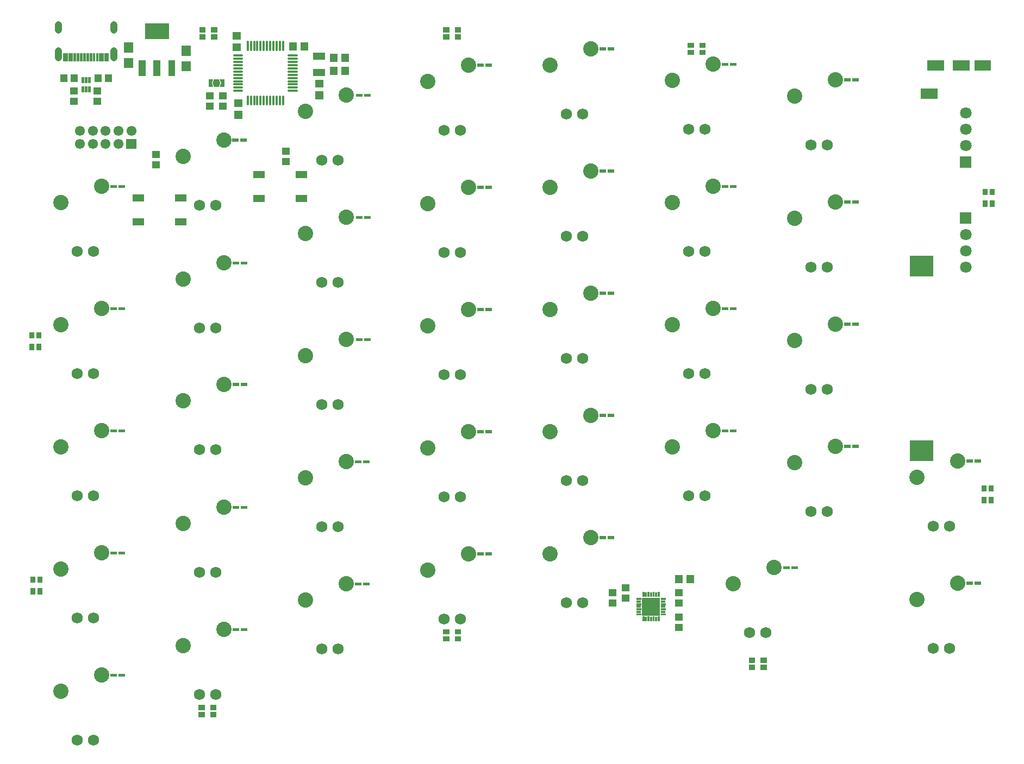
<source format=gbs>
G04 Layer: BottomSolderMaskLayer*
G04 EasyEDA v6.4.20.2, 2021-06-30T10:48:07+02:00*
G04 d10c3ea4707d49af85f46b29c2d7dc23,563db0ff5b334ec4995e7372edb549dc,10*
G04 Gerber Generator version 0.2*
G04 Scale: 100 percent, Rotated: No, Reflected: No *
G04 Dimensions in millimeters *
G04 leading zeros omitted , absolute positions ,4 integer and 5 decimal *
%FSLAX45Y45*%
%MOMM*%

%ADD52C,1.1016*%
%ADD53C,1.8016*%
%ADD55C,1.5532*%
%ADD58C,2.3876*%
%ADD59C,1.7272*%
%ADD60C,0.3700*%
%ADD73R,0.7666X0.3256*%
%ADD74R,0.3256X0.7666*%

%LPD*%
D60*
X4338594Y16365905D02*
G01*
X4461591Y16365905D01*
X4338594Y16315893D02*
G01*
X4461591Y16315893D01*
X4338594Y16265905D02*
G01*
X4461591Y16265905D01*
X4338594Y16215893D02*
G01*
X4461591Y16215893D01*
X4338594Y16165906D02*
G01*
X4461591Y16165906D01*
X4338594Y16115893D02*
G01*
X4461591Y16115893D01*
X4338594Y16065906D02*
G01*
X4461591Y16065906D01*
X4338594Y16015893D02*
G01*
X4461591Y16015893D01*
X4338594Y15965906D02*
G01*
X4461591Y15965906D01*
X4338594Y15915894D02*
G01*
X4461591Y15915894D01*
X4338594Y15865906D02*
G01*
X4461591Y15865906D01*
X4338594Y15815894D02*
G01*
X4461591Y15815894D01*
X4250105Y15604406D02*
G01*
X4250105Y15727408D01*
X4200093Y15604406D02*
G01*
X4200093Y15727408D01*
X4150106Y15604406D02*
G01*
X4150106Y15727408D01*
X4100093Y15604406D02*
G01*
X4100093Y15727408D01*
X4050106Y15604406D02*
G01*
X4050106Y15727408D01*
X4000093Y15604406D02*
G01*
X4000093Y15727408D01*
X3950106Y15604406D02*
G01*
X3950106Y15727408D01*
X3900093Y15604406D02*
G01*
X3900093Y15727408D01*
X3850106Y15604406D02*
G01*
X3850106Y15727408D01*
X3800093Y15604406D02*
G01*
X3800093Y15727408D01*
X3750106Y15604406D02*
G01*
X3750106Y15727408D01*
X3700094Y15604406D02*
G01*
X3700094Y15727408D01*
X3488608Y15815894D02*
G01*
X3611605Y15815894D01*
X3488608Y15865906D02*
G01*
X3611605Y15865906D01*
X3488608Y15915894D02*
G01*
X3611605Y15915894D01*
X3488608Y15965906D02*
G01*
X3611605Y15965906D01*
X3488608Y16015893D02*
G01*
X3611605Y16015893D01*
X3488608Y16065906D02*
G01*
X3611605Y16065906D01*
X3488608Y16115893D02*
G01*
X3611605Y16115893D01*
X3488608Y16165906D02*
G01*
X3611605Y16165906D01*
X3488608Y16215893D02*
G01*
X3611605Y16215893D01*
X3488608Y16265905D02*
G01*
X3611605Y16265905D01*
X3488608Y16315893D02*
G01*
X3611605Y16315893D01*
X3488608Y16365905D02*
G01*
X3611605Y16365905D01*
X3700094Y16454391D02*
G01*
X3700094Y16577393D01*
X3750106Y16454391D02*
G01*
X3750106Y16577393D01*
X3800093Y16454391D02*
G01*
X3800093Y16577393D01*
X3850106Y16454391D02*
G01*
X3850106Y16577393D01*
X3900093Y16454391D02*
G01*
X3900093Y16577393D01*
X3950106Y16454391D02*
G01*
X3950106Y16577393D01*
X4000093Y16454391D02*
G01*
X4000093Y16577393D01*
X4050106Y16454391D02*
G01*
X4050106Y16577393D01*
X4100093Y16454391D02*
G01*
X4100093Y16577393D01*
X4150106Y16454391D02*
G01*
X4150106Y16577393D01*
X4200093Y16454391D02*
G01*
X4200093Y16577393D01*
X4250105Y16454391D02*
G01*
X4250105Y16577393D01*
D52*
X1613154Y16770761D02*
G01*
X1613154Y16850761D01*
X749147Y16770761D02*
G01*
X749147Y16850761D01*
X1613154Y16337754D02*
G01*
X1613154Y16447754D01*
X749147Y16337754D02*
G01*
X749147Y16447754D01*
G36*
X10352786Y8138921D02*
G01*
X10352786Y8269478D01*
X10473181Y8269478D01*
X10473181Y8138921D01*
G37*
G36*
X10532872Y8138921D02*
G01*
X10532872Y8269478D01*
X10653013Y8269478D01*
X10653013Y8138921D01*
G37*
G36*
X14794229Y14616429D02*
G01*
X14794229Y14796770D01*
X14974570Y14796770D01*
X14974570Y14616429D01*
G37*
D53*
G01*
X14884400Y14960600D03*
G01*
X14884400Y15214600D03*
G01*
X14884400Y15468600D03*
G36*
X4232402Y14660371D02*
G01*
X4232402Y14770607D01*
X4352797Y14770607D01*
X4352797Y14660371D01*
G37*
G36*
X4232402Y14820392D02*
G01*
X4232402Y14930628D01*
X4352797Y14930628D01*
X4352797Y14820392D01*
G37*
G36*
X3783584Y14085570D02*
G01*
X3783584Y14195805D01*
X3963670Y14195805D01*
X3963670Y14085570D01*
G37*
G36*
X4443729Y14085570D02*
G01*
X4443729Y14195552D01*
X4623815Y14195552D01*
X4623815Y14085570D01*
G37*
G36*
X3783584Y14455647D02*
G01*
X3783584Y14565629D01*
X3963670Y14565629D01*
X3963670Y14455647D01*
G37*
G36*
X4443729Y14455647D02*
G01*
X4443729Y14565629D01*
X4623815Y14565629D01*
X4623815Y14455647D01*
G37*
G36*
X2564129Y14087094D02*
G01*
X2564129Y14197329D01*
X2744215Y14197329D01*
X2744215Y14087094D01*
G37*
G36*
X1903984Y14087347D02*
G01*
X1903984Y14197329D01*
X2084070Y14197329D01*
X2084070Y14087347D01*
G37*
G36*
X2564129Y13717270D02*
G01*
X2564129Y13827252D01*
X2744215Y13827252D01*
X2744215Y13717270D01*
G37*
G36*
X1903984Y13717270D02*
G01*
X1903984Y13827252D01*
X2084070Y13827252D01*
X2084070Y13717270D01*
G37*
G36*
X3254502Y15523971D02*
G01*
X3254502Y15634207D01*
X3374897Y15634207D01*
X3374897Y15523971D01*
G37*
G36*
X3254502Y15683992D02*
G01*
X3254502Y15794228D01*
X3374897Y15794228D01*
X3374897Y15683992D01*
G37*
G36*
X3051302Y15683992D02*
G01*
X3051302Y15794228D01*
X3171697Y15794228D01*
X3171697Y15683992D01*
G37*
G36*
X3051302Y15523971D02*
G01*
X3051302Y15634207D01*
X3171697Y15634207D01*
X3171697Y15523971D01*
G37*
G36*
X1808226Y14910054D02*
G01*
X1808226Y15065247D01*
X1963674Y15065247D01*
X1963674Y14910054D01*
G37*
D55*
G01*
X1885899Y15187599D03*
G01*
X1685899Y14987600D03*
G01*
X1685899Y15187599D03*
G01*
X1485900Y14987600D03*
G01*
X1485900Y15187599D03*
G01*
X1285900Y14987600D03*
G01*
X1285900Y15187599D03*
G01*
X1085900Y14987600D03*
G01*
X1085900Y15187599D03*
G36*
X14015466Y12922758D02*
G01*
X14015466Y13246100D01*
X14381734Y13246100D01*
X14381734Y12922758D01*
G37*
G36*
X14015466Y10045700D02*
G01*
X14015466Y10369042D01*
X14381734Y10369042D01*
X14381734Y10045700D01*
G37*
G36*
X2670302Y16359378D02*
G01*
X2670302Y16519652D01*
X2816352Y16519652D01*
X2816352Y16359378D01*
G37*
G36*
X2670302Y16119347D02*
G01*
X2670302Y16279621D01*
X2816352Y16279621D01*
X2816352Y16119347D01*
G37*
G36*
X1768602Y16170147D02*
G01*
X1768602Y16330421D01*
X1914652Y16330421D01*
X1914652Y16170147D01*
G37*
G36*
X1768602Y16410178D02*
G01*
X1768602Y16570452D01*
X1914652Y16570452D01*
X1914652Y16410178D01*
G37*
G36*
X5160518Y16266921D02*
G01*
X5160518Y16397478D01*
X5280913Y16397478D01*
X5280913Y16266921D01*
G37*
G36*
X4980686Y16266921D02*
G01*
X4980686Y16397478D01*
X5100827Y16397478D01*
X5100827Y16266921D01*
G37*
G36*
X5160518Y16063721D02*
G01*
X5160518Y16194278D01*
X5280913Y16194278D01*
X5280913Y16063721D01*
G37*
G36*
X4980686Y16063721D02*
G01*
X4980686Y16194278D01*
X5100827Y16194278D01*
X5100827Y16063721D01*
G37*
G36*
X3465322Y16615918D02*
G01*
X3465322Y16736313D01*
X3595877Y16736313D01*
X3595877Y16615918D01*
G37*
G36*
X3465322Y16436086D02*
G01*
X3465322Y16556228D01*
X3595877Y16556228D01*
X3595877Y16436086D01*
G37*
G36*
X4525518Y16444721D02*
G01*
X4525518Y16575278D01*
X4645913Y16575278D01*
X4645913Y16444721D01*
G37*
G36*
X4345686Y16444721D02*
G01*
X4345686Y16575278D01*
X4465827Y16575278D01*
X4465827Y16444721D01*
G37*
G36*
X3490722Y15381986D02*
G01*
X3490722Y15502381D01*
X3621277Y15502381D01*
X3621277Y15381986D01*
G37*
G36*
X3490722Y15562071D02*
G01*
X3490722Y15682213D01*
X3621277Y15682213D01*
X3621277Y15562071D01*
G37*
G36*
X4748022Y15686786D02*
G01*
X4748022Y15807181D01*
X4878577Y15807181D01*
X4878577Y15686786D01*
G37*
G36*
X4748022Y15866871D02*
G01*
X4748022Y15987013D01*
X4878577Y15987013D01*
X4878577Y15866871D01*
G37*
G36*
X6924802Y16728186D02*
G01*
X6924802Y16808195D01*
X7024877Y16808195D01*
X7024877Y16728186D01*
G37*
G36*
X6924802Y16618204D02*
G01*
X6924802Y16698213D01*
X7024877Y16698213D01*
X7024877Y16618204D01*
G37*
G36*
X6741922Y16618204D02*
G01*
X6741922Y16698213D01*
X6841997Y16698213D01*
X6841997Y16618204D01*
G37*
G36*
X6741922Y16728186D02*
G01*
X6741922Y16808195D01*
X6841997Y16808195D01*
X6841997Y16728186D01*
G37*
G36*
X10734802Y16486886D02*
G01*
X10734802Y16566895D01*
X10834877Y16566895D01*
X10834877Y16486886D01*
G37*
G36*
X10734802Y16376904D02*
G01*
X10734802Y16456913D01*
X10834877Y16456913D01*
X10834877Y16376904D01*
G37*
G36*
X10551922Y16376904D02*
G01*
X10551922Y16456913D01*
X10651997Y16456913D01*
X10651997Y16376904D01*
G37*
G36*
X10551922Y16486886D02*
G01*
X10551922Y16566895D01*
X10651997Y16566895D01*
X10651997Y16486886D01*
G37*
G36*
X15254986Y14006321D02*
G01*
X15254986Y14106397D01*
X15334995Y14106397D01*
X15334995Y14006321D01*
G37*
G36*
X15145004Y14006321D02*
G01*
X15145004Y14106397D01*
X15225013Y14106397D01*
X15225013Y14006321D01*
G37*
G36*
X15145004Y14189202D02*
G01*
X15145004Y14289278D01*
X15225013Y14289278D01*
X15225013Y14189202D01*
G37*
G36*
X15254986Y14189202D02*
G01*
X15254986Y14289278D01*
X15334995Y14289278D01*
X15334995Y14189202D01*
G37*
G36*
X15242286Y9383521D02*
G01*
X15242286Y9483597D01*
X15322295Y9483597D01*
X15322295Y9383521D01*
G37*
G36*
X15132304Y9383521D02*
G01*
X15132304Y9483597D01*
X15212313Y9483597D01*
X15212313Y9383521D01*
G37*
G36*
X15132304Y9566402D02*
G01*
X15132304Y9666478D01*
X15212313Y9666478D01*
X15212313Y9566402D01*
G37*
G36*
X15242286Y9566402D02*
G01*
X15242286Y9666478D01*
X15322295Y9666478D01*
X15322295Y9566402D01*
G37*
G36*
X11504422Y6788404D02*
G01*
X11504422Y6868413D01*
X11604497Y6868413D01*
X11604497Y6788404D01*
G37*
G36*
X11504422Y6898386D02*
G01*
X11504422Y6978395D01*
X11604497Y6978395D01*
X11604497Y6898386D01*
G37*
G36*
X11687302Y6898386D02*
G01*
X11687302Y6978395D01*
X11787377Y6978395D01*
X11787377Y6898386D01*
G37*
G36*
X11687302Y6788404D02*
G01*
X11687302Y6868413D01*
X11787377Y6868413D01*
X11787377Y6788404D01*
G37*
G36*
X6741922Y7232904D02*
G01*
X6741922Y7312913D01*
X6841997Y7312913D01*
X6841997Y7232904D01*
G37*
G36*
X6741922Y7342886D02*
G01*
X6741922Y7422895D01*
X6841997Y7422895D01*
X6841997Y7342886D01*
G37*
G36*
X6924802Y7342886D02*
G01*
X6924802Y7422895D01*
X7024877Y7422895D01*
X7024877Y7342886D01*
G37*
G36*
X6924802Y7232904D02*
G01*
X6924802Y7312913D01*
X7024877Y7312913D01*
X7024877Y7232904D01*
G37*
G36*
X2931922Y6051804D02*
G01*
X2931922Y6131813D01*
X3031997Y6131813D01*
X3031997Y6051804D01*
G37*
G36*
X2931922Y6161786D02*
G01*
X2931922Y6241795D01*
X3031997Y6241795D01*
X3031997Y6161786D01*
G37*
G36*
X3114802Y6161786D02*
G01*
X3114802Y6241795D01*
X3214877Y6241795D01*
X3214877Y6161786D01*
G37*
G36*
X3114802Y6051804D02*
G01*
X3114802Y6131813D01*
X3214877Y6131813D01*
X3214877Y6051804D01*
G37*
G36*
X311404Y8144002D02*
G01*
X311404Y8244078D01*
X391413Y8244078D01*
X391413Y8144002D01*
G37*
G36*
X421386Y8144002D02*
G01*
X421386Y8244078D01*
X501395Y8244078D01*
X501395Y8144002D01*
G37*
G36*
X421386Y7961121D02*
G01*
X421386Y8061197D01*
X501395Y8061197D01*
X501395Y7961121D01*
G37*
G36*
X311404Y7961121D02*
G01*
X311404Y8061197D01*
X391413Y8061197D01*
X391413Y7961121D01*
G37*
G36*
X298704Y11954002D02*
G01*
X298704Y12054078D01*
X378713Y12054078D01*
X378713Y11954002D01*
G37*
G36*
X408686Y11954002D02*
G01*
X408686Y12054078D01*
X488695Y12054078D01*
X488695Y11954002D01*
G37*
G36*
X408686Y11771121D02*
G01*
X408686Y11871197D01*
X488695Y11871197D01*
X488695Y11771121D01*
G37*
G36*
X298704Y11771121D02*
G01*
X298704Y11871197D01*
X378713Y11871197D01*
X378713Y11771121D01*
G37*
G36*
X9325102Y7936992D02*
G01*
X9325102Y8047228D01*
X9445497Y8047228D01*
X9445497Y7936992D01*
G37*
G36*
X9325102Y7776971D02*
G01*
X9325102Y7887208D01*
X9445497Y7887208D01*
X9445497Y7776971D01*
G37*
G36*
X9528302Y8013192D02*
G01*
X9528302Y8123428D01*
X9648697Y8123428D01*
X9648697Y8013192D01*
G37*
G36*
X9528302Y7853171D02*
G01*
X9528302Y7963408D01*
X9648697Y7963408D01*
X9648697Y7853171D01*
G37*
G36*
X2462022Y16050005D02*
G01*
X2462022Y16294354D01*
X2569972Y16294354D01*
X2569972Y16050005D01*
G37*
G36*
X2231897Y16050005D02*
G01*
X2231897Y16294354D01*
X2340102Y16294354D01*
X2340102Y16050005D01*
G37*
G36*
X2002027Y16050005D02*
G01*
X2002027Y16294354D01*
X2109977Y16294354D01*
X2109977Y16050005D01*
G37*
G36*
X2100834Y16624045D02*
G01*
X2100834Y16868394D01*
X2471165Y16868394D01*
X2471165Y16624045D01*
G37*
G36*
X4718304Y16050513D02*
G01*
X4718304Y16160750D01*
X4908295Y16160750D01*
X4908295Y16050513D01*
G37*
G36*
X4718304Y16300450D02*
G01*
X4718304Y16410686D01*
X4908295Y16410686D01*
X4908295Y16300450D01*
G37*
G36*
X3176270Y15878302D02*
G01*
X3152140Y15938500D01*
X3176270Y15998697D01*
X3249929Y15998697D01*
X3274059Y15938500D01*
X3249929Y15878302D01*
G37*
G36*
X3262375Y15878302D02*
G01*
X3286506Y15938500D01*
X3262375Y15998697D01*
X3337559Y15998697D01*
X3337559Y15878302D01*
G37*
G36*
X3088640Y15878302D02*
G01*
X3088640Y15998697D01*
X3163824Y15998697D01*
X3139693Y15938500D01*
X3163824Y15878302D01*
G37*
G36*
X1298702Y15600171D02*
G01*
X1298702Y15710407D01*
X1419097Y15710407D01*
X1419097Y15600171D01*
G37*
G36*
X1298702Y15760192D02*
G01*
X1298702Y15870428D01*
X1419097Y15870428D01*
X1419097Y15760192D01*
G37*
G36*
X930402Y15600171D02*
G01*
X930402Y15710407D01*
X1050797Y15710407D01*
X1050797Y15600171D01*
G37*
G36*
X930402Y15760192D02*
G01*
X930402Y15870428D01*
X1050797Y15870428D01*
X1050797Y15760192D01*
G37*
G36*
X939292Y15954502D02*
G01*
X939292Y16074897D01*
X1049528Y16074897D01*
X1049528Y15954502D01*
G37*
G36*
X779271Y15954502D02*
G01*
X779271Y16074897D01*
X889507Y16074897D01*
X889507Y15954502D01*
G37*
G36*
X1312671Y15954502D02*
G01*
X1312671Y16074897D01*
X1422907Y16074897D01*
X1422907Y15954502D01*
G37*
G36*
X1472692Y15954502D02*
G01*
X1472692Y16074897D01*
X1582928Y16074897D01*
X1582928Y15954502D01*
G37*
G36*
X10134600Y7876031D02*
G01*
X10134600Y7908797D01*
X10211308Y7908797D01*
X10211308Y7876031D01*
G37*
D73*
G01*
X10172954Y7852410D03*
G36*
X10134600Y7796021D02*
G01*
X10134600Y7828787D01*
X10211308Y7828787D01*
X10211308Y7796021D01*
G37*
G01*
X10172954Y7772400D03*
G36*
X10134600Y7716012D02*
G01*
X10134600Y7748778D01*
X10211308Y7748778D01*
X10211308Y7716012D01*
G37*
G01*
X10172954Y7692389D03*
G36*
X10134600Y7636002D02*
G01*
X10134600Y7668768D01*
X10211308Y7668768D01*
X10211308Y7636002D01*
G37*
G36*
X10085831Y7543292D02*
G01*
X10085831Y7620000D01*
X10118597Y7620000D01*
X10118597Y7543292D01*
G37*
D74*
G01*
X10062209Y7581645D03*
G36*
X10005822Y7543292D02*
G01*
X10005822Y7620000D01*
X10038588Y7620000D01*
X10038588Y7543292D01*
G37*
G01*
X9982200Y7581645D03*
G36*
X9925811Y7543292D02*
G01*
X9925811Y7620000D01*
X9958577Y7620000D01*
X9958577Y7543292D01*
G37*
G01*
X9902190Y7581645D03*
G36*
X9845802Y7543292D02*
G01*
X9845802Y7620000D01*
X9878568Y7620000D01*
X9878568Y7543292D01*
G37*
G36*
X9753091Y7636002D02*
G01*
X9753091Y7668768D01*
X9829800Y7668768D01*
X9829800Y7636002D01*
G37*
D73*
G01*
X9791445Y7692389D03*
G36*
X9753091Y7716012D02*
G01*
X9753091Y7748778D01*
X9829800Y7748778D01*
X9829800Y7716012D01*
G37*
G01*
X9791445Y7772400D03*
G36*
X9753091Y7796021D02*
G01*
X9753091Y7828787D01*
X9829800Y7828787D01*
X9829800Y7796021D01*
G37*
G01*
X9791445Y7852410D03*
G36*
X9753091Y7876031D02*
G01*
X9753091Y7908797D01*
X9829800Y7908797D01*
X9829800Y7876031D01*
G37*
G36*
X9845802Y7924800D02*
G01*
X9845802Y8001508D01*
X9878568Y8001508D01*
X9878568Y7924800D01*
G37*
D74*
G01*
X9902190Y7963154D03*
G36*
X9925811Y7924800D02*
G01*
X9925811Y8001508D01*
X9958577Y8001508D01*
X9958577Y7924800D01*
G37*
G01*
X9982200Y7963154D03*
G36*
X10005822Y7924800D02*
G01*
X10005822Y8001508D01*
X10038588Y8001508D01*
X10038588Y7924800D01*
G37*
G01*
X10062209Y7963154D03*
G36*
X10085831Y7924800D02*
G01*
X10085831Y8001508D01*
X10118597Y8001508D01*
X10118597Y7924800D01*
G37*
G36*
X9842245Y7632192D02*
G01*
X9842245Y7912354D01*
X10122154Y7912354D01*
X10122154Y7632192D01*
G37*
G36*
X10353802Y7936992D02*
G01*
X10353802Y8047228D01*
X10474197Y8047228D01*
X10474197Y7936992D01*
G37*
G36*
X10353802Y7776971D02*
G01*
X10353802Y7887208D01*
X10474197Y7887208D01*
X10474197Y7776971D01*
G37*
G36*
X10353802Y7555992D02*
G01*
X10353802Y7666228D01*
X10474197Y7666228D01*
X10474197Y7555992D01*
G37*
G36*
X10353802Y7395971D02*
G01*
X10353802Y7506208D01*
X10474197Y7506208D01*
X10474197Y7395971D01*
G37*
G36*
X2213102Y14769592D02*
G01*
X2213102Y14879828D01*
X2333497Y14879828D01*
X2333497Y14769592D01*
G37*
G36*
X2213102Y14609571D02*
G01*
X2213102Y14719807D01*
X2333497Y14719807D01*
X2333497Y14609571D01*
G37*
G36*
X1211071Y15937992D02*
G01*
X1211071Y16033242D01*
X1251204Y16033242D01*
X1251204Y15937992D01*
G37*
G36*
X1161034Y15937992D02*
G01*
X1161034Y16033242D01*
X1201165Y16033242D01*
X1201165Y15937992D01*
G37*
G36*
X1110995Y15937992D02*
G01*
X1110995Y16033242D01*
X1151128Y16033242D01*
X1151128Y15937992D01*
G37*
G36*
X1110995Y15792957D02*
G01*
X1110995Y15888207D01*
X1151128Y15888207D01*
X1151128Y15792957D01*
G37*
G36*
X1161034Y15792957D02*
G01*
X1161034Y15888207D01*
X1201165Y15888207D01*
X1201165Y15792957D01*
G37*
G36*
X1211071Y15792957D02*
G01*
X1211071Y15888207D01*
X1251204Y15888207D01*
X1251204Y15792957D01*
G37*
G36*
X3127502Y16728186D02*
G01*
X3127502Y16808195D01*
X3227577Y16808195D01*
X3227577Y16728186D01*
G37*
G36*
X3127502Y16618204D02*
G01*
X3127502Y16698213D01*
X3227577Y16698213D01*
X3227577Y16618204D01*
G37*
G36*
X2944622Y16618204D02*
G01*
X2944622Y16698213D01*
X3044697Y16698213D01*
X3044697Y16618204D01*
G37*
G36*
X2944622Y16728186D02*
G01*
X2944622Y16808195D01*
X3044697Y16808195D01*
X3044697Y16728186D01*
G37*
G36*
X14794229Y13740129D02*
G01*
X14794229Y13920470D01*
X14974570Y13920470D01*
X14974570Y13740129D01*
G37*
D53*
G01*
X14884400Y13576300D03*
G01*
X14884400Y13322300D03*
G01*
X14884400Y13068300D03*
G36*
X14284959Y16129762D02*
G01*
X14284959Y16289781D01*
X14545056Y16289781D01*
X14545056Y16129762D01*
G37*
G36*
X14184884Y15688818D02*
G01*
X14184884Y15848837D01*
X14445234Y15848837D01*
X14445234Y15688818D01*
G37*
G36*
X14685009Y16129762D02*
G01*
X14685009Y16289781D01*
X14945106Y16289781D01*
X14945106Y16129762D01*
G37*
G36*
X15018766Y16129762D02*
G01*
X15018766Y16289781D01*
X15279116Y16289781D01*
X15279116Y16129762D01*
G37*
G36*
X1466087Y16273779D02*
G01*
X1466087Y16398747D01*
X1536192Y16398747D01*
X1536192Y16273779D01*
G37*
G36*
X1386078Y16273779D02*
G01*
X1386078Y16398747D01*
X1456181Y16398747D01*
X1456181Y16273779D01*
G37*
G36*
X826007Y16273779D02*
G01*
X826007Y16398747D01*
X896112Y16398747D01*
X896112Y16273779D01*
G37*
G36*
X906018Y16273779D02*
G01*
X906018Y16398747D01*
X976121Y16398747D01*
X976121Y16273779D01*
G37*
G36*
X1336039Y16273779D02*
G01*
X1336039Y16398747D01*
X1376171Y16398747D01*
X1376171Y16273779D01*
G37*
G36*
X1286002Y16273779D02*
G01*
X1286002Y16398747D01*
X1326134Y16398747D01*
X1326134Y16273779D01*
G37*
G36*
X1235963Y16273779D02*
G01*
X1235963Y16398747D01*
X1276350Y16398747D01*
X1276350Y16273779D01*
G37*
G36*
X1186179Y16273779D02*
G01*
X1186179Y16398747D01*
X1226312Y16398747D01*
X1226312Y16273779D01*
G37*
G36*
X1136142Y16273779D02*
G01*
X1136142Y16398747D01*
X1176273Y16398747D01*
X1176273Y16273779D01*
G37*
G36*
X1086104Y16273779D02*
G01*
X1086104Y16398747D01*
X1126236Y16398747D01*
X1126236Y16273779D01*
G37*
G36*
X1036065Y16273779D02*
G01*
X1036065Y16398747D01*
X1076197Y16398747D01*
X1076197Y16273779D01*
G37*
G36*
X986028Y16273779D02*
G01*
X986028Y16398747D01*
X1026160Y16398747D01*
X1026160Y16273779D01*
G37*
G36*
X1561337Y14302486D02*
G01*
X1561337Y14348713D01*
X1664462Y14348713D01*
X1664462Y14302486D01*
G37*
G36*
X1688337Y14302486D02*
G01*
X1688337Y14348713D01*
X1791462Y14348713D01*
X1791462Y14302486D01*
G37*
G36*
X3453638Y15026386D02*
G01*
X3453638Y15072613D01*
X3556761Y15072613D01*
X3556761Y15026386D01*
G37*
G36*
X3580638Y15026386D02*
G01*
X3580638Y15072613D01*
X3683761Y15072613D01*
X3683761Y15026386D01*
G37*
G36*
X5384038Y15724886D02*
G01*
X5384038Y15771113D01*
X5487161Y15771113D01*
X5487161Y15724886D01*
G37*
G36*
X5511038Y15724886D02*
G01*
X5511038Y15771113D01*
X5614161Y15771113D01*
X5614161Y15724886D01*
G37*
G36*
X7276338Y16194786D02*
G01*
X7276338Y16241013D01*
X7379461Y16241013D01*
X7379461Y16194786D01*
G37*
G36*
X7403338Y16194786D02*
G01*
X7403338Y16241013D01*
X7506461Y16241013D01*
X7506461Y16194786D01*
G37*
G36*
X9181338Y16448786D02*
G01*
X9181338Y16495013D01*
X9284461Y16495013D01*
X9284461Y16448786D01*
G37*
G36*
X9308338Y16448786D02*
G01*
X9308338Y16495013D01*
X9411461Y16495013D01*
X9411461Y16448786D01*
G37*
G36*
X11086338Y16207486D02*
G01*
X11086338Y16253713D01*
X11189461Y16253713D01*
X11189461Y16207486D01*
G37*
G36*
X11213338Y16207486D02*
G01*
X11213338Y16253713D01*
X11316461Y16253713D01*
X11316461Y16207486D01*
G37*
G36*
X12991338Y15966186D02*
G01*
X12991338Y16012413D01*
X13094461Y16012413D01*
X13094461Y15966186D01*
G37*
G36*
X13118338Y15966186D02*
G01*
X13118338Y16012413D01*
X13221461Y16012413D01*
X13221461Y15966186D01*
G37*
G36*
X1561337Y12397486D02*
G01*
X1561337Y12443713D01*
X1664462Y12443713D01*
X1664462Y12397486D01*
G37*
G36*
X1688337Y12397486D02*
G01*
X1688337Y12443713D01*
X1791462Y12443713D01*
X1791462Y12397486D01*
G37*
G36*
X3466338Y13108686D02*
G01*
X3466338Y13154913D01*
X3569461Y13154913D01*
X3569461Y13108686D01*
G37*
G36*
X3593338Y13108686D02*
G01*
X3593338Y13154913D01*
X3696461Y13154913D01*
X3696461Y13108686D01*
G37*
G36*
X5384038Y13819886D02*
G01*
X5384038Y13866113D01*
X5487161Y13866113D01*
X5487161Y13819886D01*
G37*
G36*
X5511038Y13819886D02*
G01*
X5511038Y13866113D01*
X5614161Y13866113D01*
X5614161Y13819886D01*
G37*
G36*
X7276338Y14289786D02*
G01*
X7276338Y14336013D01*
X7379461Y14336013D01*
X7379461Y14289786D01*
G37*
G36*
X7403338Y14289786D02*
G01*
X7403338Y14336013D01*
X7506461Y14336013D01*
X7506461Y14289786D01*
G37*
G36*
X9181338Y14543786D02*
G01*
X9181338Y14590013D01*
X9284461Y14590013D01*
X9284461Y14543786D01*
G37*
G36*
X9308338Y14543786D02*
G01*
X9308338Y14590013D01*
X9411461Y14590013D01*
X9411461Y14543786D01*
G37*
G36*
X11086338Y14302486D02*
G01*
X11086338Y14348713D01*
X11189461Y14348713D01*
X11189461Y14302486D01*
G37*
G36*
X11213338Y14302486D02*
G01*
X11213338Y14348713D01*
X11316461Y14348713D01*
X11316461Y14302486D01*
G37*
G36*
X12991338Y14061186D02*
G01*
X12991338Y14107413D01*
X13094461Y14107413D01*
X13094461Y14061186D01*
G37*
G36*
X13118338Y14061186D02*
G01*
X13118338Y14107413D01*
X13221461Y14107413D01*
X13221461Y14061186D01*
G37*
G36*
X1561337Y10492486D02*
G01*
X1561337Y10538713D01*
X1664462Y10538713D01*
X1664462Y10492486D01*
G37*
G36*
X1688337Y10492486D02*
G01*
X1688337Y10538713D01*
X1791462Y10538713D01*
X1791462Y10492486D01*
G37*
G36*
X3466338Y11216386D02*
G01*
X3466338Y11262613D01*
X3569461Y11262613D01*
X3569461Y11216386D01*
G37*
G36*
X3593338Y11216386D02*
G01*
X3593338Y11262613D01*
X3696461Y11262613D01*
X3696461Y11216386D01*
G37*
G36*
X5384038Y11914886D02*
G01*
X5384038Y11961113D01*
X5487161Y11961113D01*
X5487161Y11914886D01*
G37*
G36*
X5511038Y11914886D02*
G01*
X5511038Y11961113D01*
X5614161Y11961113D01*
X5614161Y11914886D01*
G37*
G36*
X7276338Y12384786D02*
G01*
X7276338Y12431013D01*
X7379461Y12431013D01*
X7379461Y12384786D01*
G37*
G36*
X7403338Y12384786D02*
G01*
X7403338Y12431013D01*
X7506461Y12431013D01*
X7506461Y12384786D01*
G37*
G36*
X9181338Y12638786D02*
G01*
X9181338Y12685013D01*
X9284461Y12685013D01*
X9284461Y12638786D01*
G37*
G36*
X9308338Y12638786D02*
G01*
X9308338Y12685013D01*
X9411461Y12685013D01*
X9411461Y12638786D01*
G37*
G36*
X11086338Y12397486D02*
G01*
X11086338Y12443713D01*
X11189461Y12443713D01*
X11189461Y12397486D01*
G37*
G36*
X11213338Y12397486D02*
G01*
X11213338Y12443713D01*
X11316461Y12443713D01*
X11316461Y12397486D01*
G37*
G36*
X12991338Y12156186D02*
G01*
X12991338Y12202413D01*
X13094461Y12202413D01*
X13094461Y12156186D01*
G37*
G36*
X13118338Y12156186D02*
G01*
X13118338Y12202413D01*
X13221461Y12202413D01*
X13221461Y12156186D01*
G37*
G36*
X1561337Y8587486D02*
G01*
X1561337Y8633713D01*
X1664462Y8633713D01*
X1664462Y8587486D01*
G37*
G36*
X1688337Y8587486D02*
G01*
X1688337Y8633713D01*
X1791462Y8633713D01*
X1791462Y8587486D01*
G37*
G36*
X3466338Y9298686D02*
G01*
X3466338Y9344913D01*
X3569461Y9344913D01*
X3569461Y9298686D01*
G37*
G36*
X3593338Y9298686D02*
G01*
X3593338Y9344913D01*
X3696461Y9344913D01*
X3696461Y9298686D01*
G37*
G36*
X5371338Y10009886D02*
G01*
X5371338Y10056113D01*
X5474461Y10056113D01*
X5474461Y10009886D01*
G37*
G36*
X5498338Y10009886D02*
G01*
X5498338Y10056113D01*
X5601461Y10056113D01*
X5601461Y10009886D01*
G37*
G36*
X7276338Y10479786D02*
G01*
X7276338Y10526013D01*
X7379461Y10526013D01*
X7379461Y10479786D01*
G37*
G36*
X7403338Y10479786D02*
G01*
X7403338Y10526013D01*
X7506461Y10526013D01*
X7506461Y10479786D01*
G37*
G36*
X9181338Y10733786D02*
G01*
X9181338Y10780013D01*
X9284461Y10780013D01*
X9284461Y10733786D01*
G37*
G36*
X9308338Y10733786D02*
G01*
X9308338Y10780013D01*
X9411461Y10780013D01*
X9411461Y10733786D01*
G37*
G36*
X11086338Y10492486D02*
G01*
X11086338Y10538713D01*
X11189461Y10538713D01*
X11189461Y10492486D01*
G37*
G36*
X11213338Y10492486D02*
G01*
X11213338Y10538713D01*
X11316461Y10538713D01*
X11316461Y10492486D01*
G37*
G36*
X12991338Y10251186D02*
G01*
X12991338Y10297413D01*
X13094461Y10297413D01*
X13094461Y10251186D01*
G37*
G36*
X13118338Y10251186D02*
G01*
X13118338Y10297413D01*
X13221461Y10297413D01*
X13221461Y10251186D01*
G37*
G36*
X1561337Y6682486D02*
G01*
X1561337Y6728713D01*
X1664462Y6728713D01*
X1664462Y6682486D01*
G37*
G36*
X1688337Y6682486D02*
G01*
X1688337Y6728713D01*
X1791462Y6728713D01*
X1791462Y6682486D01*
G37*
G36*
X3466338Y7393686D02*
G01*
X3466338Y7439913D01*
X3569461Y7439913D01*
X3569461Y7393686D01*
G37*
G36*
X3593338Y7393686D02*
G01*
X3593338Y7439913D01*
X3696461Y7439913D01*
X3696461Y7393686D01*
G37*
G36*
X5371338Y8104886D02*
G01*
X5371338Y8151113D01*
X5474461Y8151113D01*
X5474461Y8104886D01*
G37*
G36*
X5498338Y8104886D02*
G01*
X5498338Y8151113D01*
X5601461Y8151113D01*
X5601461Y8104886D01*
G37*
G36*
X7276338Y8574786D02*
G01*
X7276338Y8621013D01*
X7379461Y8621013D01*
X7379461Y8574786D01*
G37*
G36*
X7403338Y8574786D02*
G01*
X7403338Y8621013D01*
X7506461Y8621013D01*
X7506461Y8574786D01*
G37*
G36*
X9181338Y8828786D02*
G01*
X9181338Y8875013D01*
X9284461Y8875013D01*
X9284461Y8828786D01*
G37*
G36*
X9308338Y8828786D02*
G01*
X9308338Y8875013D01*
X9411461Y8875013D01*
X9411461Y8828786D01*
G37*
G36*
X12038838Y8358886D02*
G01*
X12038838Y8405113D01*
X12141961Y8405113D01*
X12141961Y8358886D01*
G37*
G36*
X12165838Y8358886D02*
G01*
X12165838Y8405113D01*
X12268961Y8405113D01*
X12268961Y8358886D01*
G37*
G36*
X14896338Y8117586D02*
G01*
X14896338Y8163813D01*
X14999461Y8163813D01*
X14999461Y8117586D01*
G37*
G36*
X15023338Y8117586D02*
G01*
X15023338Y8163813D01*
X15126461Y8163813D01*
X15126461Y8117586D01*
G37*
G36*
X14896338Y10022586D02*
G01*
X14896338Y10068813D01*
X14999461Y10068813D01*
X14999461Y10022586D01*
G37*
G36*
X15023338Y10022586D02*
G01*
X15023338Y10068813D01*
X15126461Y10068813D01*
X15126461Y10022586D01*
G37*
D58*
G01*
X787400Y14071600D03*
G01*
X1422400Y14325600D03*
D59*
G01*
X1295400Y13309600D03*
G01*
X1041400Y13309600D03*
D58*
G01*
X787400Y12166600D03*
G01*
X1422400Y12420600D03*
D59*
G01*
X1295400Y11404600D03*
G01*
X1041400Y11404600D03*
D58*
G01*
X787400Y10261600D03*
G01*
X1422400Y10515600D03*
D59*
G01*
X1295400Y9499600D03*
G01*
X1041400Y9499600D03*
D58*
G01*
X787400Y8356600D03*
G01*
X1422400Y8610600D03*
D59*
G01*
X1295400Y7594600D03*
G01*
X1041400Y7594600D03*
D58*
G01*
X787400Y6451600D03*
G01*
X1422400Y6705600D03*
D59*
G01*
X1295400Y5689600D03*
G01*
X1041400Y5689600D03*
D58*
G01*
X14122400Y9791700D03*
G01*
X14757400Y10045700D03*
D59*
G01*
X14630400Y9029700D03*
G01*
X14376400Y9029700D03*
D58*
G01*
X2692400Y14795500D03*
G01*
X3327400Y15049500D03*
D59*
G01*
X3200400Y14033500D03*
G01*
X2946400Y14033500D03*
D58*
G01*
X4597400Y15494000D03*
G01*
X5232400Y15748000D03*
D59*
G01*
X5105400Y14732000D03*
G01*
X4851400Y14732000D03*
D58*
G01*
X6502400Y15963900D03*
G01*
X7137400Y16217900D03*
D59*
G01*
X7010400Y15201900D03*
G01*
X6756400Y15201900D03*
D58*
G01*
X8407400Y16217900D03*
G01*
X9042400Y16471900D03*
D59*
G01*
X8915400Y15455900D03*
G01*
X8661400Y15455900D03*
D58*
G01*
X10312400Y15976600D03*
G01*
X10947400Y16230600D03*
D59*
G01*
X10820400Y15214600D03*
G01*
X10566400Y15214600D03*
D58*
G01*
X12217400Y15735300D03*
G01*
X12852400Y15989300D03*
D59*
G01*
X12725400Y14973300D03*
G01*
X12471400Y14973300D03*
D58*
G01*
X2692400Y12877800D03*
G01*
X3327400Y13131800D03*
D59*
G01*
X3200400Y12115800D03*
G01*
X2946400Y12115800D03*
D58*
G01*
X4597400Y13589000D03*
G01*
X5232400Y13843000D03*
D59*
G01*
X5105400Y12827000D03*
G01*
X4851400Y12827000D03*
D58*
G01*
X6502400Y14058900D03*
G01*
X7137400Y14312900D03*
D59*
G01*
X7010400Y13296900D03*
G01*
X6756400Y13296900D03*
D58*
G01*
X8407400Y14312900D03*
G01*
X9042400Y14566900D03*
D59*
G01*
X8915400Y13550900D03*
G01*
X8661400Y13550900D03*
D58*
G01*
X10312400Y14071600D03*
G01*
X10947400Y14325600D03*
D59*
G01*
X10820400Y13309600D03*
G01*
X10566400Y13309600D03*
D58*
G01*
X12217400Y13830300D03*
G01*
X12852400Y14084300D03*
D59*
G01*
X12725400Y13068300D03*
G01*
X12471400Y13068300D03*
D58*
G01*
X2692400Y10985500D03*
G01*
X3327400Y11239500D03*
D59*
G01*
X3200400Y10223500D03*
G01*
X2946400Y10223500D03*
D58*
G01*
X4597400Y11684000D03*
G01*
X5232400Y11938000D03*
D59*
G01*
X5105400Y10922000D03*
G01*
X4851400Y10922000D03*
D58*
G01*
X6502400Y12153900D03*
G01*
X7137400Y12407900D03*
D59*
G01*
X7010400Y11391900D03*
G01*
X6756400Y11391900D03*
D58*
G01*
X8407400Y12407900D03*
G01*
X9042400Y12661900D03*
D59*
G01*
X8915400Y11645900D03*
G01*
X8661400Y11645900D03*
D58*
G01*
X10312400Y12166600D03*
G01*
X10947400Y12420600D03*
D59*
G01*
X10820400Y11404600D03*
G01*
X10566400Y11404600D03*
D58*
G01*
X12217400Y11925300D03*
G01*
X12852400Y12179300D03*
D59*
G01*
X12725400Y11163300D03*
G01*
X12471400Y11163300D03*
D58*
G01*
X2692400Y9067800D03*
G01*
X3327400Y9321800D03*
D59*
G01*
X3200400Y8305800D03*
G01*
X2946400Y8305800D03*
D58*
G01*
X4597400Y9779000D03*
G01*
X5232400Y10033000D03*
D59*
G01*
X5105400Y9017000D03*
G01*
X4851400Y9017000D03*
D58*
G01*
X6502400Y10248900D03*
G01*
X7137400Y10502900D03*
D59*
G01*
X7010400Y9486900D03*
G01*
X6756400Y9486900D03*
D58*
G01*
X8407400Y10502900D03*
G01*
X9042400Y10756900D03*
D59*
G01*
X8915400Y9740900D03*
G01*
X8661400Y9740900D03*
D58*
G01*
X10312400Y10261600D03*
G01*
X10947400Y10515600D03*
D59*
G01*
X10820400Y9499600D03*
G01*
X10566400Y9499600D03*
D58*
G01*
X12217400Y10020300D03*
G01*
X12852400Y10274300D03*
D59*
G01*
X12725400Y9258300D03*
G01*
X12471400Y9258300D03*
D58*
G01*
X2692400Y7162800D03*
G01*
X3327400Y7416800D03*
D59*
G01*
X3200400Y6400800D03*
G01*
X2946400Y6400800D03*
D58*
G01*
X4597400Y7874000D03*
G01*
X5232400Y8128000D03*
D59*
G01*
X5105400Y7112000D03*
G01*
X4851400Y7112000D03*
D58*
G01*
X6502400Y8343900D03*
G01*
X7137400Y8597900D03*
D59*
G01*
X7010400Y7581900D03*
G01*
X6756400Y7581900D03*
D58*
G01*
X8407400Y8597900D03*
G01*
X9042400Y8851900D03*
D59*
G01*
X8915400Y7835900D03*
G01*
X8661400Y7835900D03*
D58*
G01*
X11264900Y8128000D03*
G01*
X11899900Y8382000D03*
D59*
G01*
X11772900Y7366000D03*
G01*
X11518900Y7366000D03*
D58*
G01*
X14122400Y7886700D03*
G01*
X14757400Y8140700D03*
D59*
G01*
X14630400Y7124700D03*
G01*
X14376400Y7124700D03*
M02*

</source>
